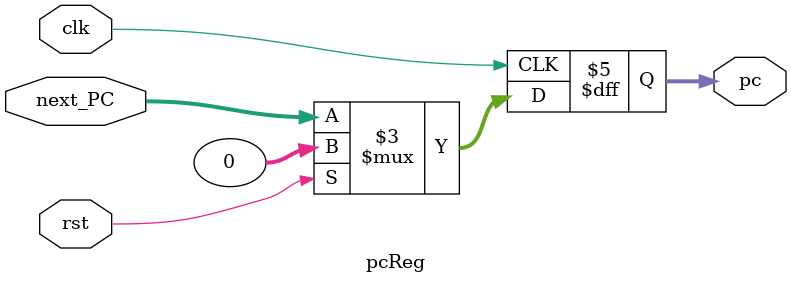
<source format=sv>
module pcReg #(
    parameter WIDTH = 32
)(
    input logic clk, 
    input logic rst, 
    input logic [WIDTH-1:0] next_PC,
    output logic [WIDTH-1:0] pc
);

always_ff @ (posedge clk)
    begin
    if (rst) pc <= {WIDTH{1'b0}};
    else pc <= next_PC;
    end
endmodule

</source>
